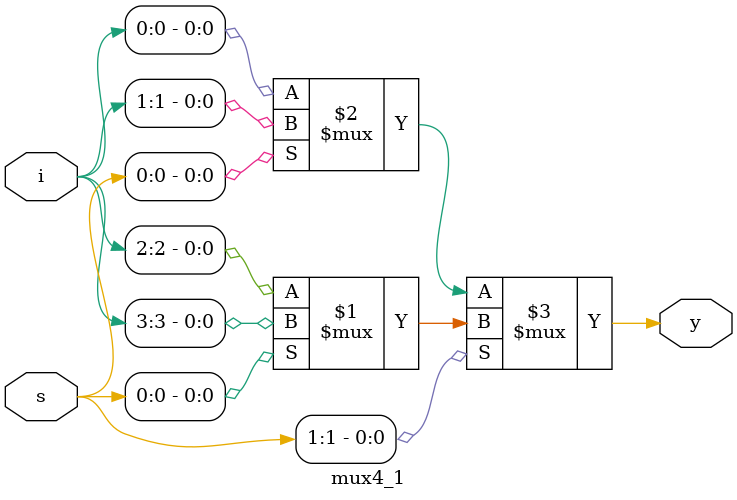
<source format=v>
module mux4_1(i,s,y);
  input [3:0]i;
  input [1:0]s;
  output y;
  assign y=(s[1])?((s[0])?i[3]:i[2]):((s[0])?i[1]:i[0]);
endmodule 
</source>
